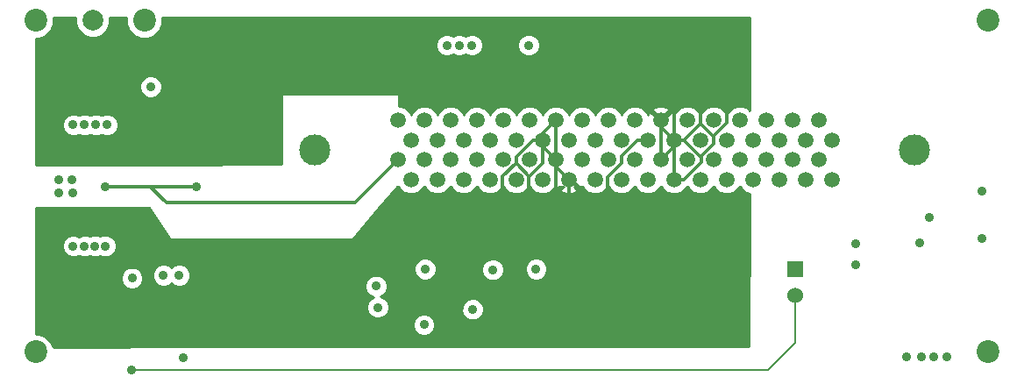
<source format=gbr>
G04 (created by PCBNEW (2013-jul-07)-stable) date Fri 08 Aug 2014 03:37:50 PM CDT*
%MOIN*%
G04 Gerber Fmt 3.4, Leading zero omitted, Abs format*
%FSLAX34Y34*%
G01*
G70*
G90*
G04 APERTURE LIST*
%ADD10C,0.00590551*%
%ADD11C,0.0590551*%
%ADD12C,0.11811*%
%ADD13R,0.06X0.06*%
%ADD14C,0.06*%
%ADD15C,0.0787402*%
%ADD16C,0.0866142*%
%ADD17C,0.035*%
%ADD18C,0.011811*%
%ADD19C,0.0082*%
%ADD20C,0.01*%
G04 APERTURE END LIST*
G54D10*
G54D11*
X51525Y-29750D03*
X51525Y-31250D03*
X51025Y-29000D03*
X51025Y-30500D03*
X50525Y-29750D03*
X50525Y-31250D03*
X50025Y-29000D03*
X50025Y-30500D03*
X49525Y-29750D03*
X49525Y-31250D03*
X49025Y-29000D03*
X49025Y-30500D03*
X48525Y-29750D03*
X48525Y-31250D03*
X48025Y-29000D03*
X48025Y-30500D03*
X47525Y-29750D03*
X47525Y-31250D03*
X47025Y-29000D03*
X47025Y-30500D03*
X46525Y-29750D03*
X46525Y-31250D03*
X46025Y-29000D03*
X46025Y-30500D03*
X45525Y-29750D03*
X45525Y-31250D03*
X45025Y-29000D03*
X45025Y-30500D03*
X44525Y-29750D03*
X44525Y-31250D03*
X44025Y-29000D03*
X44025Y-30500D03*
X43525Y-29750D03*
X43525Y-31250D03*
X43025Y-29000D03*
X43025Y-30500D03*
X42525Y-29750D03*
X42525Y-31250D03*
X42025Y-29000D03*
X42025Y-30500D03*
X41525Y-29750D03*
X41525Y-31250D03*
X41025Y-29000D03*
X41025Y-30500D03*
X40525Y-29750D03*
X40525Y-31250D03*
X40025Y-29000D03*
X40025Y-30500D03*
X39525Y-29750D03*
X39525Y-31250D03*
X39025Y-29000D03*
X39025Y-30500D03*
X38525Y-29750D03*
X38525Y-31250D03*
X38025Y-29000D03*
X38025Y-30500D03*
X37525Y-29750D03*
X37525Y-31250D03*
X37025Y-29000D03*
X37025Y-30500D03*
X36525Y-29750D03*
X36525Y-31250D03*
X36025Y-29000D03*
X36025Y-30500D03*
X35525Y-29750D03*
X35525Y-31250D03*
X35025Y-29000D03*
X35025Y-30500D03*
G54D12*
X31875Y-30125D03*
X54675Y-30125D03*
G54D13*
X50145Y-34660D03*
G54D14*
X50145Y-35660D03*
G54D15*
X23425Y-25196D03*
G54D16*
X25393Y-25196D03*
X57480Y-25196D03*
X57480Y-37795D03*
X21259Y-37795D03*
X21259Y-25196D03*
G54D17*
X37834Y-26141D03*
X40280Y-34650D03*
X55220Y-32690D03*
X26110Y-34890D03*
X37362Y-26141D03*
X36889Y-26141D03*
X36060Y-34650D03*
X38640Y-34680D03*
X34260Y-36110D03*
X34200Y-35300D03*
X25629Y-27716D03*
X22677Y-29173D03*
X23110Y-29173D03*
X23543Y-29173D03*
X23976Y-29173D03*
X22125Y-31259D03*
X22637Y-31259D03*
X22125Y-31771D03*
X22677Y-31771D03*
X22677Y-33779D03*
X23110Y-33779D03*
X23503Y-33779D03*
X23897Y-33779D03*
X24921Y-35000D03*
X26850Y-38031D03*
X54370Y-37992D03*
X54921Y-37992D03*
X55393Y-37992D03*
X55905Y-37992D03*
X52440Y-33700D03*
X52440Y-34488D03*
X54881Y-33661D03*
X37874Y-36181D03*
X27360Y-31510D03*
X23900Y-31510D03*
X57230Y-31680D03*
X57230Y-33500D03*
X24900Y-38500D03*
X40000Y-26141D03*
X26710Y-34890D03*
X36020Y-36770D03*
X22160Y-30160D03*
X22650Y-30150D03*
X25580Y-30220D03*
X25590Y-29720D03*
X23425Y-27795D03*
X22690Y-32970D03*
X22230Y-32980D03*
X25600Y-32770D03*
X25590Y-33310D03*
X23740Y-35590D03*
G54D18*
X27360Y-31510D02*
X27380Y-31490D01*
X25610Y-31510D02*
X27360Y-31510D01*
X23900Y-31510D02*
X25610Y-31510D01*
X35025Y-30505D02*
X33403Y-32126D01*
X33403Y-32126D02*
X26226Y-32126D01*
X26226Y-32126D02*
X25610Y-31510D01*
X35025Y-30500D02*
X35025Y-30505D01*
G54D19*
X42990Y-38500D02*
X24900Y-38500D01*
X43030Y-38500D02*
X42990Y-38500D01*
X49105Y-38500D02*
X50145Y-37460D01*
X50145Y-37460D02*
X50145Y-35660D01*
X42990Y-38500D02*
X49105Y-38500D01*
G54D18*
X45525Y-31000D02*
X45525Y-29750D01*
X45525Y-31250D02*
X45525Y-31000D01*
X45025Y-29250D02*
X45525Y-29750D01*
X45025Y-29000D02*
X45025Y-29250D01*
X45525Y-30000D02*
X45025Y-30500D01*
X45525Y-29750D02*
X45525Y-30000D01*
X45525Y-28495D02*
X45560Y-28460D01*
X45525Y-29750D02*
X45525Y-28495D01*
X45025Y-30500D02*
X45025Y-29000D01*
X47010Y-29600D02*
X46530Y-29120D01*
X47020Y-29880D02*
X47020Y-29610D01*
X46550Y-30350D02*
X47020Y-29880D01*
X47020Y-29610D02*
X47010Y-29600D01*
X46530Y-29120D02*
X46530Y-28660D01*
X46530Y-28660D02*
X46050Y-28180D01*
X46550Y-30600D02*
X46550Y-30350D01*
X45900Y-31250D02*
X46550Y-30600D01*
X45525Y-31250D02*
X45900Y-31250D01*
X47040Y-29600D02*
X47540Y-29100D01*
X47540Y-29100D02*
X47540Y-28630D01*
X47540Y-28630D02*
X46020Y-27110D01*
X47010Y-29600D02*
X47040Y-29600D01*
X45900Y-29750D02*
X46500Y-30350D01*
X46500Y-30350D02*
X46550Y-30350D01*
X45525Y-29750D02*
X45870Y-29750D01*
X45900Y-29750D02*
X46470Y-29180D01*
X45870Y-29750D02*
X45900Y-29750D01*
X41025Y-29250D02*
X41025Y-30500D01*
X41025Y-29000D02*
X41025Y-29250D01*
X41525Y-32865D02*
X41510Y-32880D01*
X41525Y-31250D02*
X41525Y-32865D01*
X42090Y-31730D02*
X42090Y-32700D01*
X41610Y-31250D02*
X42090Y-31730D01*
X41525Y-31250D02*
X41610Y-31250D01*
X41025Y-30750D02*
X41525Y-31250D01*
X41025Y-30500D02*
X41025Y-30750D01*
X41025Y-32475D02*
X40950Y-32550D01*
X41025Y-30500D02*
X41025Y-32475D01*
X40525Y-29500D02*
X41025Y-29000D01*
X40525Y-29750D02*
X40525Y-29500D01*
X40525Y-30000D02*
X41025Y-30500D01*
X40525Y-29750D02*
X40525Y-30000D01*
X40160Y-29750D02*
X39520Y-30390D01*
X39520Y-30390D02*
X39520Y-30620D01*
X39520Y-30620D02*
X39010Y-31130D01*
X39010Y-31130D02*
X39010Y-32420D01*
X40525Y-29750D02*
X40160Y-29750D01*
X40525Y-30625D02*
X40000Y-31150D01*
X40000Y-31110D02*
X40000Y-33030D01*
X40000Y-31150D02*
X40000Y-31110D01*
X40525Y-29750D02*
X40525Y-30625D01*
X40000Y-31110D02*
X39560Y-30670D01*
X44140Y-29750D02*
X43530Y-30360D01*
X43530Y-30360D02*
X43530Y-30610D01*
X43530Y-30610D02*
X43000Y-31140D01*
X43000Y-31140D02*
X43000Y-31740D01*
X43000Y-31740D02*
X41740Y-33000D01*
X44525Y-29750D02*
X44140Y-29750D01*
G54D10*
G36*
X48394Y-31786D02*
X48385Y-32364D01*
X48384Y-32364D01*
X48380Y-37590D01*
X42369Y-37590D01*
X40705Y-37591D01*
X40705Y-34565D01*
X40640Y-34409D01*
X40521Y-34289D01*
X40364Y-34225D01*
X40195Y-34224D01*
X40039Y-34289D01*
X39919Y-34408D01*
X39855Y-34565D01*
X39854Y-34734D01*
X39919Y-34890D01*
X40038Y-35010D01*
X40195Y-35074D01*
X40364Y-35075D01*
X40520Y-35010D01*
X40640Y-34891D01*
X40704Y-34734D01*
X40705Y-34565D01*
X40705Y-37591D01*
X39065Y-37593D01*
X39065Y-34595D01*
X39000Y-34439D01*
X38881Y-34319D01*
X38724Y-34255D01*
X38555Y-34254D01*
X38399Y-34319D01*
X38279Y-34438D01*
X38215Y-34595D01*
X38214Y-34764D01*
X38279Y-34920D01*
X38398Y-35040D01*
X38555Y-35104D01*
X38724Y-35105D01*
X38880Y-35040D01*
X39000Y-34921D01*
X39064Y-34764D01*
X39065Y-34595D01*
X39065Y-37593D01*
X38299Y-37593D01*
X38299Y-36096D01*
X38234Y-35940D01*
X38115Y-35821D01*
X37958Y-35756D01*
X37789Y-35756D01*
X37633Y-35820D01*
X37513Y-35940D01*
X37449Y-36096D01*
X37448Y-36265D01*
X37513Y-36421D01*
X37632Y-36541D01*
X37789Y-36606D01*
X37958Y-36606D01*
X38114Y-36541D01*
X38234Y-36422D01*
X38298Y-36266D01*
X38299Y-36096D01*
X38299Y-37593D01*
X36485Y-37595D01*
X36485Y-34565D01*
X36420Y-34409D01*
X36301Y-34289D01*
X36144Y-34225D01*
X35975Y-34224D01*
X35819Y-34289D01*
X35699Y-34408D01*
X35635Y-34565D01*
X35634Y-34734D01*
X35699Y-34890D01*
X35818Y-35010D01*
X35975Y-35074D01*
X36144Y-35075D01*
X36300Y-35010D01*
X36420Y-34891D01*
X36484Y-34734D01*
X36485Y-34565D01*
X36485Y-37595D01*
X36445Y-37595D01*
X36445Y-36685D01*
X36380Y-36529D01*
X36261Y-36409D01*
X36104Y-36345D01*
X35935Y-36344D01*
X35779Y-36409D01*
X35659Y-36528D01*
X35595Y-36685D01*
X35594Y-36854D01*
X35659Y-37010D01*
X35778Y-37130D01*
X35935Y-37194D01*
X36104Y-37195D01*
X36260Y-37130D01*
X36380Y-37011D01*
X36444Y-36854D01*
X36445Y-36685D01*
X36445Y-37595D01*
X34685Y-37597D01*
X34685Y-36025D01*
X34620Y-35869D01*
X34501Y-35749D01*
X34362Y-35692D01*
X34440Y-35660D01*
X34560Y-35541D01*
X34624Y-35384D01*
X34625Y-35215D01*
X34560Y-35059D01*
X34441Y-34939D01*
X34284Y-34875D01*
X34115Y-34874D01*
X33959Y-34939D01*
X33839Y-35058D01*
X33775Y-35215D01*
X33774Y-35384D01*
X33839Y-35540D01*
X33958Y-35660D01*
X34097Y-35717D01*
X34019Y-35749D01*
X33899Y-35868D01*
X33835Y-36025D01*
X33834Y-36194D01*
X33899Y-36350D01*
X34018Y-36470D01*
X34175Y-36534D01*
X34344Y-36535D01*
X34500Y-36470D01*
X34620Y-36351D01*
X34684Y-36194D01*
X34685Y-36025D01*
X34685Y-37597D01*
X27135Y-37604D01*
X27135Y-34805D01*
X27070Y-34649D01*
X26951Y-34529D01*
X26794Y-34465D01*
X26625Y-34464D01*
X26469Y-34529D01*
X26410Y-34588D01*
X26351Y-34529D01*
X26194Y-34465D01*
X26025Y-34464D01*
X25869Y-34529D01*
X25749Y-34648D01*
X25685Y-34805D01*
X25684Y-34974D01*
X25749Y-35130D01*
X25868Y-35250D01*
X26025Y-35314D01*
X26194Y-35315D01*
X26350Y-35250D01*
X26409Y-35191D01*
X26468Y-35250D01*
X26625Y-35314D01*
X26794Y-35315D01*
X26950Y-35250D01*
X27070Y-35131D01*
X27134Y-34974D01*
X27135Y-34805D01*
X27135Y-37604D01*
X25346Y-37606D01*
X25346Y-34915D01*
X25281Y-34759D01*
X25162Y-34639D01*
X25006Y-34575D01*
X24837Y-34574D01*
X24680Y-34639D01*
X24561Y-34758D01*
X24496Y-34915D01*
X24496Y-35084D01*
X24560Y-35240D01*
X24680Y-35360D01*
X24836Y-35424D01*
X25005Y-35425D01*
X25161Y-35360D01*
X25281Y-35241D01*
X25346Y-35084D01*
X25346Y-34915D01*
X25346Y-37606D01*
X24322Y-37607D01*
X24322Y-33695D01*
X24258Y-33539D01*
X24138Y-33419D01*
X23982Y-33354D01*
X23813Y-33354D01*
X23700Y-33401D01*
X23588Y-33354D01*
X23419Y-33354D01*
X23307Y-33401D01*
X23195Y-33354D01*
X23026Y-33354D01*
X22893Y-33409D01*
X22762Y-33354D01*
X22592Y-33354D01*
X22436Y-33419D01*
X22317Y-33538D01*
X22252Y-33694D01*
X22252Y-33863D01*
X22316Y-34019D01*
X22436Y-34139D01*
X22592Y-34204D01*
X22761Y-34204D01*
X22893Y-34149D01*
X23025Y-34204D01*
X23194Y-34204D01*
X23307Y-34158D01*
X23419Y-34204D01*
X23588Y-34204D01*
X23700Y-34158D01*
X23812Y-34204D01*
X23981Y-34204D01*
X24138Y-34140D01*
X24257Y-34020D01*
X24322Y-33864D01*
X24322Y-33695D01*
X24322Y-37607D01*
X21922Y-37609D01*
X21839Y-37408D01*
X21647Y-37216D01*
X21396Y-37112D01*
X21280Y-37112D01*
X21280Y-32320D01*
X25554Y-32320D01*
X26351Y-33514D01*
X33291Y-33514D01*
X34286Y-32320D01*
X34290Y-32320D01*
X34992Y-31529D01*
X35050Y-31529D01*
X35062Y-31558D01*
X35215Y-31711D01*
X35416Y-31795D01*
X35632Y-31795D01*
X35833Y-31712D01*
X35986Y-31559D01*
X35999Y-31529D01*
X36050Y-31529D01*
X36062Y-31558D01*
X36215Y-31711D01*
X36416Y-31795D01*
X36632Y-31795D01*
X36833Y-31712D01*
X36986Y-31559D01*
X36999Y-31528D01*
X37050Y-31528D01*
X37062Y-31558D01*
X37215Y-31711D01*
X37416Y-31795D01*
X37632Y-31795D01*
X37833Y-31712D01*
X37986Y-31559D01*
X38000Y-31527D01*
X38049Y-31527D01*
X38062Y-31558D01*
X38215Y-31711D01*
X38416Y-31795D01*
X38632Y-31795D01*
X38833Y-31712D01*
X38986Y-31559D01*
X39000Y-31527D01*
X39049Y-31526D01*
X39062Y-31558D01*
X39215Y-31711D01*
X39416Y-31795D01*
X39632Y-31795D01*
X39833Y-31712D01*
X39986Y-31559D01*
X40000Y-31526D01*
X40049Y-31526D01*
X40062Y-31558D01*
X40215Y-31711D01*
X40416Y-31795D01*
X40632Y-31795D01*
X40833Y-31712D01*
X40986Y-31559D01*
X41001Y-31525D01*
X41043Y-31525D01*
X41047Y-31535D01*
X41142Y-31561D01*
X41178Y-31525D01*
X41320Y-31525D01*
X41213Y-31632D01*
X41239Y-31727D01*
X41444Y-31800D01*
X41661Y-31789D01*
X41810Y-31727D01*
X41836Y-31632D01*
X41729Y-31524D01*
X41870Y-31524D01*
X41907Y-31561D01*
X42002Y-31535D01*
X42005Y-31524D01*
X42048Y-31524D01*
X42062Y-31558D01*
X42215Y-31711D01*
X42416Y-31795D01*
X42632Y-31795D01*
X42833Y-31712D01*
X42986Y-31559D01*
X43001Y-31524D01*
X43048Y-31524D01*
X43062Y-31558D01*
X43215Y-31711D01*
X43416Y-31795D01*
X43632Y-31795D01*
X43833Y-31712D01*
X43986Y-31559D01*
X44001Y-31523D01*
X44047Y-31523D01*
X44062Y-31558D01*
X44215Y-31711D01*
X44416Y-31795D01*
X44632Y-31795D01*
X44833Y-31712D01*
X44986Y-31559D01*
X45002Y-31522D01*
X45047Y-31522D01*
X45062Y-31558D01*
X45215Y-31711D01*
X45416Y-31795D01*
X45632Y-31795D01*
X45833Y-31712D01*
X45986Y-31559D01*
X45994Y-31540D01*
X45994Y-31540D01*
X46018Y-31535D01*
X46018Y-31535D01*
X46038Y-31521D01*
X46047Y-31521D01*
X46062Y-31558D01*
X46215Y-31711D01*
X46416Y-31795D01*
X46632Y-31795D01*
X46833Y-31712D01*
X46986Y-31559D01*
X47002Y-31521D01*
X47047Y-31521D01*
X47062Y-31558D01*
X47215Y-31711D01*
X47416Y-31795D01*
X47632Y-31795D01*
X47833Y-31712D01*
X47986Y-31559D01*
X48003Y-31520D01*
X48046Y-31520D01*
X48062Y-31558D01*
X48215Y-31711D01*
X48394Y-31786D01*
X48394Y-31786D01*
G37*
G54D20*
X48394Y-31786D02*
X48385Y-32364D01*
X48384Y-32364D01*
X48380Y-37590D01*
X42369Y-37590D01*
X40705Y-37591D01*
X40705Y-34565D01*
X40640Y-34409D01*
X40521Y-34289D01*
X40364Y-34225D01*
X40195Y-34224D01*
X40039Y-34289D01*
X39919Y-34408D01*
X39855Y-34565D01*
X39854Y-34734D01*
X39919Y-34890D01*
X40038Y-35010D01*
X40195Y-35074D01*
X40364Y-35075D01*
X40520Y-35010D01*
X40640Y-34891D01*
X40704Y-34734D01*
X40705Y-34565D01*
X40705Y-37591D01*
X39065Y-37593D01*
X39065Y-34595D01*
X39000Y-34439D01*
X38881Y-34319D01*
X38724Y-34255D01*
X38555Y-34254D01*
X38399Y-34319D01*
X38279Y-34438D01*
X38215Y-34595D01*
X38214Y-34764D01*
X38279Y-34920D01*
X38398Y-35040D01*
X38555Y-35104D01*
X38724Y-35105D01*
X38880Y-35040D01*
X39000Y-34921D01*
X39064Y-34764D01*
X39065Y-34595D01*
X39065Y-37593D01*
X38299Y-37593D01*
X38299Y-36096D01*
X38234Y-35940D01*
X38115Y-35821D01*
X37958Y-35756D01*
X37789Y-35756D01*
X37633Y-35820D01*
X37513Y-35940D01*
X37449Y-36096D01*
X37448Y-36265D01*
X37513Y-36421D01*
X37632Y-36541D01*
X37789Y-36606D01*
X37958Y-36606D01*
X38114Y-36541D01*
X38234Y-36422D01*
X38298Y-36266D01*
X38299Y-36096D01*
X38299Y-37593D01*
X36485Y-37595D01*
X36485Y-34565D01*
X36420Y-34409D01*
X36301Y-34289D01*
X36144Y-34225D01*
X35975Y-34224D01*
X35819Y-34289D01*
X35699Y-34408D01*
X35635Y-34565D01*
X35634Y-34734D01*
X35699Y-34890D01*
X35818Y-35010D01*
X35975Y-35074D01*
X36144Y-35075D01*
X36300Y-35010D01*
X36420Y-34891D01*
X36484Y-34734D01*
X36485Y-34565D01*
X36485Y-37595D01*
X36445Y-37595D01*
X36445Y-36685D01*
X36380Y-36529D01*
X36261Y-36409D01*
X36104Y-36345D01*
X35935Y-36344D01*
X35779Y-36409D01*
X35659Y-36528D01*
X35595Y-36685D01*
X35594Y-36854D01*
X35659Y-37010D01*
X35778Y-37130D01*
X35935Y-37194D01*
X36104Y-37195D01*
X36260Y-37130D01*
X36380Y-37011D01*
X36444Y-36854D01*
X36445Y-36685D01*
X36445Y-37595D01*
X34685Y-37597D01*
X34685Y-36025D01*
X34620Y-35869D01*
X34501Y-35749D01*
X34362Y-35692D01*
X34440Y-35660D01*
X34560Y-35541D01*
X34624Y-35384D01*
X34625Y-35215D01*
X34560Y-35059D01*
X34441Y-34939D01*
X34284Y-34875D01*
X34115Y-34874D01*
X33959Y-34939D01*
X33839Y-35058D01*
X33775Y-35215D01*
X33774Y-35384D01*
X33839Y-35540D01*
X33958Y-35660D01*
X34097Y-35717D01*
X34019Y-35749D01*
X33899Y-35868D01*
X33835Y-36025D01*
X33834Y-36194D01*
X33899Y-36350D01*
X34018Y-36470D01*
X34175Y-36534D01*
X34344Y-36535D01*
X34500Y-36470D01*
X34620Y-36351D01*
X34684Y-36194D01*
X34685Y-36025D01*
X34685Y-37597D01*
X27135Y-37604D01*
X27135Y-34805D01*
X27070Y-34649D01*
X26951Y-34529D01*
X26794Y-34465D01*
X26625Y-34464D01*
X26469Y-34529D01*
X26410Y-34588D01*
X26351Y-34529D01*
X26194Y-34465D01*
X26025Y-34464D01*
X25869Y-34529D01*
X25749Y-34648D01*
X25685Y-34805D01*
X25684Y-34974D01*
X25749Y-35130D01*
X25868Y-35250D01*
X26025Y-35314D01*
X26194Y-35315D01*
X26350Y-35250D01*
X26409Y-35191D01*
X26468Y-35250D01*
X26625Y-35314D01*
X26794Y-35315D01*
X26950Y-35250D01*
X27070Y-35131D01*
X27134Y-34974D01*
X27135Y-34805D01*
X27135Y-37604D01*
X25346Y-37606D01*
X25346Y-34915D01*
X25281Y-34759D01*
X25162Y-34639D01*
X25006Y-34575D01*
X24837Y-34574D01*
X24680Y-34639D01*
X24561Y-34758D01*
X24496Y-34915D01*
X24496Y-35084D01*
X24560Y-35240D01*
X24680Y-35360D01*
X24836Y-35424D01*
X25005Y-35425D01*
X25161Y-35360D01*
X25281Y-35241D01*
X25346Y-35084D01*
X25346Y-34915D01*
X25346Y-37606D01*
X24322Y-37607D01*
X24322Y-33695D01*
X24258Y-33539D01*
X24138Y-33419D01*
X23982Y-33354D01*
X23813Y-33354D01*
X23700Y-33401D01*
X23588Y-33354D01*
X23419Y-33354D01*
X23307Y-33401D01*
X23195Y-33354D01*
X23026Y-33354D01*
X22893Y-33409D01*
X22762Y-33354D01*
X22592Y-33354D01*
X22436Y-33419D01*
X22317Y-33538D01*
X22252Y-33694D01*
X22252Y-33863D01*
X22316Y-34019D01*
X22436Y-34139D01*
X22592Y-34204D01*
X22761Y-34204D01*
X22893Y-34149D01*
X23025Y-34204D01*
X23194Y-34204D01*
X23307Y-34158D01*
X23419Y-34204D01*
X23588Y-34204D01*
X23700Y-34158D01*
X23812Y-34204D01*
X23981Y-34204D01*
X24138Y-34140D01*
X24257Y-34020D01*
X24322Y-33864D01*
X24322Y-33695D01*
X24322Y-37607D01*
X21922Y-37609D01*
X21839Y-37408D01*
X21647Y-37216D01*
X21396Y-37112D01*
X21280Y-37112D01*
X21280Y-32320D01*
X25554Y-32320D01*
X26351Y-33514D01*
X33291Y-33514D01*
X34286Y-32320D01*
X34290Y-32320D01*
X34992Y-31529D01*
X35050Y-31529D01*
X35062Y-31558D01*
X35215Y-31711D01*
X35416Y-31795D01*
X35632Y-31795D01*
X35833Y-31712D01*
X35986Y-31559D01*
X35999Y-31529D01*
X36050Y-31529D01*
X36062Y-31558D01*
X36215Y-31711D01*
X36416Y-31795D01*
X36632Y-31795D01*
X36833Y-31712D01*
X36986Y-31559D01*
X36999Y-31528D01*
X37050Y-31528D01*
X37062Y-31558D01*
X37215Y-31711D01*
X37416Y-31795D01*
X37632Y-31795D01*
X37833Y-31712D01*
X37986Y-31559D01*
X38000Y-31527D01*
X38049Y-31527D01*
X38062Y-31558D01*
X38215Y-31711D01*
X38416Y-31795D01*
X38632Y-31795D01*
X38833Y-31712D01*
X38986Y-31559D01*
X39000Y-31527D01*
X39049Y-31526D01*
X39062Y-31558D01*
X39215Y-31711D01*
X39416Y-31795D01*
X39632Y-31795D01*
X39833Y-31712D01*
X39986Y-31559D01*
X40000Y-31526D01*
X40049Y-31526D01*
X40062Y-31558D01*
X40215Y-31711D01*
X40416Y-31795D01*
X40632Y-31795D01*
X40833Y-31712D01*
X40986Y-31559D01*
X41001Y-31525D01*
X41043Y-31525D01*
X41047Y-31535D01*
X41142Y-31561D01*
X41178Y-31525D01*
X41320Y-31525D01*
X41213Y-31632D01*
X41239Y-31727D01*
X41444Y-31800D01*
X41661Y-31789D01*
X41810Y-31727D01*
X41836Y-31632D01*
X41729Y-31524D01*
X41870Y-31524D01*
X41907Y-31561D01*
X42002Y-31535D01*
X42005Y-31524D01*
X42048Y-31524D01*
X42062Y-31558D01*
X42215Y-31711D01*
X42416Y-31795D01*
X42632Y-31795D01*
X42833Y-31712D01*
X42986Y-31559D01*
X43001Y-31524D01*
X43048Y-31524D01*
X43062Y-31558D01*
X43215Y-31711D01*
X43416Y-31795D01*
X43632Y-31795D01*
X43833Y-31712D01*
X43986Y-31559D01*
X44001Y-31523D01*
X44047Y-31523D01*
X44062Y-31558D01*
X44215Y-31711D01*
X44416Y-31795D01*
X44632Y-31795D01*
X44833Y-31712D01*
X44986Y-31559D01*
X45002Y-31522D01*
X45047Y-31522D01*
X45062Y-31558D01*
X45215Y-31711D01*
X45416Y-31795D01*
X45632Y-31795D01*
X45833Y-31712D01*
X45986Y-31559D01*
X45994Y-31540D01*
X45994Y-31540D01*
X46018Y-31535D01*
X46018Y-31535D01*
X46038Y-31521D01*
X46047Y-31521D01*
X46062Y-31558D01*
X46215Y-31711D01*
X46416Y-31795D01*
X46632Y-31795D01*
X46833Y-31712D01*
X46986Y-31559D01*
X47002Y-31521D01*
X47047Y-31521D01*
X47062Y-31558D01*
X47215Y-31711D01*
X47416Y-31795D01*
X47632Y-31795D01*
X47833Y-31712D01*
X47986Y-31559D01*
X48003Y-31520D01*
X48046Y-31520D01*
X48062Y-31558D01*
X48215Y-31711D01*
X48394Y-31786D01*
G54D10*
G36*
X45101Y-30505D02*
X45030Y-30576D01*
X45025Y-30570D01*
X45019Y-30576D01*
X44948Y-30505D01*
X44954Y-30500D01*
X44948Y-30494D01*
X45019Y-30423D01*
X45025Y-30429D01*
X45030Y-30423D01*
X45101Y-30494D01*
X45095Y-30500D01*
X45101Y-30505D01*
X45101Y-30505D01*
G37*
G54D20*
X45101Y-30505D02*
X45030Y-30576D01*
X45025Y-30570D01*
X45019Y-30576D01*
X44948Y-30505D01*
X44954Y-30500D01*
X44948Y-30494D01*
X45019Y-30423D01*
X45025Y-30429D01*
X45030Y-30423D01*
X45101Y-30494D01*
X45095Y-30500D01*
X45101Y-30505D01*
G54D10*
G36*
X45601Y-29755D02*
X45530Y-29826D01*
X45525Y-29820D01*
X45519Y-29826D01*
X45448Y-29755D01*
X45454Y-29750D01*
X45448Y-29744D01*
X45519Y-29673D01*
X45525Y-29679D01*
X45530Y-29673D01*
X45601Y-29744D01*
X45595Y-29750D01*
X45601Y-29755D01*
X45601Y-29755D01*
G37*
G54D20*
X45601Y-29755D02*
X45530Y-29826D01*
X45525Y-29820D01*
X45519Y-29826D01*
X45448Y-29755D01*
X45454Y-29750D01*
X45448Y-29744D01*
X45519Y-29673D01*
X45525Y-29679D01*
X45530Y-29673D01*
X45601Y-29744D01*
X45595Y-29750D01*
X45601Y-29755D01*
G54D10*
G36*
X48414Y-28618D02*
X48334Y-28538D01*
X48133Y-28454D01*
X47917Y-28454D01*
X47716Y-28537D01*
X47563Y-28690D01*
X47525Y-28782D01*
X47487Y-28691D01*
X47334Y-28538D01*
X47133Y-28454D01*
X46917Y-28454D01*
X46716Y-28537D01*
X46563Y-28690D01*
X46525Y-28782D01*
X46487Y-28691D01*
X46334Y-28538D01*
X46133Y-28454D01*
X45917Y-28454D01*
X45716Y-28537D01*
X45563Y-28690D01*
X45527Y-28775D01*
X45502Y-28714D01*
X45407Y-28688D01*
X45336Y-28758D01*
X45336Y-28617D01*
X45310Y-28522D01*
X45105Y-28449D01*
X44888Y-28460D01*
X44739Y-28522D01*
X44713Y-28617D01*
X45025Y-28929D01*
X45336Y-28617D01*
X45336Y-28758D01*
X45095Y-29000D01*
X45101Y-29005D01*
X45030Y-29076D01*
X45025Y-29070D01*
X45019Y-29076D01*
X44948Y-29005D01*
X44954Y-29000D01*
X44642Y-28688D01*
X44547Y-28714D01*
X44524Y-28780D01*
X44487Y-28691D01*
X44334Y-28538D01*
X44133Y-28454D01*
X43917Y-28454D01*
X43716Y-28537D01*
X43563Y-28690D01*
X43525Y-28782D01*
X43487Y-28691D01*
X43334Y-28538D01*
X43133Y-28454D01*
X42917Y-28454D01*
X42716Y-28537D01*
X42563Y-28690D01*
X42525Y-28782D01*
X42487Y-28691D01*
X42334Y-28538D01*
X42133Y-28454D01*
X41917Y-28454D01*
X41716Y-28537D01*
X41563Y-28690D01*
X41525Y-28782D01*
X41487Y-28691D01*
X41334Y-28538D01*
X41133Y-28454D01*
X40917Y-28454D01*
X40716Y-28537D01*
X40563Y-28690D01*
X40525Y-28782D01*
X40487Y-28691D01*
X40425Y-28628D01*
X40425Y-26057D01*
X40360Y-25901D01*
X40241Y-25781D01*
X40084Y-25716D01*
X39915Y-25716D01*
X39759Y-25781D01*
X39639Y-25900D01*
X39575Y-26056D01*
X39574Y-26225D01*
X39639Y-26382D01*
X39758Y-26501D01*
X39915Y-26566D01*
X40084Y-26566D01*
X40240Y-26502D01*
X40360Y-26382D01*
X40424Y-26226D01*
X40425Y-26057D01*
X40425Y-28628D01*
X40334Y-28538D01*
X40133Y-28454D01*
X39917Y-28454D01*
X39716Y-28537D01*
X39563Y-28690D01*
X39525Y-28782D01*
X39487Y-28691D01*
X39334Y-28538D01*
X39133Y-28454D01*
X38917Y-28454D01*
X38716Y-28537D01*
X38563Y-28690D01*
X38525Y-28782D01*
X38487Y-28691D01*
X38334Y-28538D01*
X38259Y-28507D01*
X38259Y-26057D01*
X38195Y-25901D01*
X38075Y-25781D01*
X37919Y-25716D01*
X37750Y-25716D01*
X37598Y-25779D01*
X37447Y-25716D01*
X37278Y-25716D01*
X37125Y-25779D01*
X36974Y-25716D01*
X36805Y-25716D01*
X36649Y-25781D01*
X36529Y-25900D01*
X36464Y-26056D01*
X36464Y-26225D01*
X36529Y-26382D01*
X36648Y-26501D01*
X36804Y-26566D01*
X36973Y-26566D01*
X37126Y-26503D01*
X37277Y-26566D01*
X37446Y-26566D01*
X37598Y-26503D01*
X37749Y-26566D01*
X37918Y-26566D01*
X38075Y-26502D01*
X38194Y-26382D01*
X38259Y-26226D01*
X38259Y-26057D01*
X38259Y-28507D01*
X38133Y-28454D01*
X37917Y-28454D01*
X37716Y-28537D01*
X37563Y-28690D01*
X37525Y-28782D01*
X37487Y-28691D01*
X37334Y-28538D01*
X37133Y-28454D01*
X36917Y-28454D01*
X36716Y-28537D01*
X36563Y-28690D01*
X36525Y-28782D01*
X36487Y-28691D01*
X36334Y-28538D01*
X36133Y-28454D01*
X35917Y-28454D01*
X35716Y-28537D01*
X35563Y-28690D01*
X35525Y-28782D01*
X35487Y-28691D01*
X35334Y-28538D01*
X35133Y-28454D01*
X35052Y-28454D01*
X35060Y-28000D01*
X30590Y-28000D01*
X30590Y-30668D01*
X26054Y-30674D01*
X26054Y-27632D01*
X25990Y-27476D01*
X25870Y-27356D01*
X25714Y-27291D01*
X25545Y-27291D01*
X25389Y-27356D01*
X25269Y-27475D01*
X25204Y-27631D01*
X25204Y-27800D01*
X25269Y-27956D01*
X25388Y-28076D01*
X25545Y-28141D01*
X25714Y-28141D01*
X25870Y-28077D01*
X25990Y-27957D01*
X26054Y-27801D01*
X26054Y-27632D01*
X26054Y-30674D01*
X24401Y-30676D01*
X24401Y-29089D01*
X24336Y-28932D01*
X24217Y-28813D01*
X24061Y-28748D01*
X23892Y-28748D01*
X23759Y-28802D01*
X23628Y-28748D01*
X23459Y-28748D01*
X23326Y-28802D01*
X23195Y-28748D01*
X23026Y-28748D01*
X22893Y-28802D01*
X22762Y-28748D01*
X22592Y-28748D01*
X22436Y-28812D01*
X22317Y-28932D01*
X22252Y-29088D01*
X22252Y-29257D01*
X22316Y-29413D01*
X22436Y-29533D01*
X22592Y-29598D01*
X22761Y-29598D01*
X22893Y-29543D01*
X23025Y-29598D01*
X23194Y-29598D01*
X23326Y-29543D01*
X23458Y-29598D01*
X23627Y-29598D01*
X23759Y-29543D01*
X23891Y-29598D01*
X24060Y-29598D01*
X24216Y-29533D01*
X24336Y-29414D01*
X24401Y-29258D01*
X24401Y-29089D01*
X24401Y-30676D01*
X21250Y-30679D01*
X21258Y-25879D01*
X21395Y-25880D01*
X21646Y-25776D01*
X21838Y-25584D01*
X21942Y-25333D01*
X21943Y-25080D01*
X22781Y-25080D01*
X22781Y-25324D01*
X22879Y-25561D01*
X23060Y-25742D01*
X23296Y-25840D01*
X23552Y-25840D01*
X23789Y-25742D01*
X23970Y-25561D01*
X24068Y-25325D01*
X24068Y-25081D01*
X24710Y-25081D01*
X24710Y-25332D01*
X24814Y-25583D01*
X25006Y-25775D01*
X25257Y-25879D01*
X25528Y-25880D01*
X25780Y-25776D01*
X25972Y-25584D01*
X26076Y-25333D01*
X26076Y-25081D01*
X45994Y-25089D01*
X45994Y-25089D01*
X48414Y-25089D01*
X48414Y-28618D01*
X48414Y-28618D01*
G37*
G54D20*
X48414Y-28618D02*
X48334Y-28538D01*
X48133Y-28454D01*
X47917Y-28454D01*
X47716Y-28537D01*
X47563Y-28690D01*
X47525Y-28782D01*
X47487Y-28691D01*
X47334Y-28538D01*
X47133Y-28454D01*
X46917Y-28454D01*
X46716Y-28537D01*
X46563Y-28690D01*
X46525Y-28782D01*
X46487Y-28691D01*
X46334Y-28538D01*
X46133Y-28454D01*
X45917Y-28454D01*
X45716Y-28537D01*
X45563Y-28690D01*
X45527Y-28775D01*
X45502Y-28714D01*
X45407Y-28688D01*
X45336Y-28758D01*
X45336Y-28617D01*
X45310Y-28522D01*
X45105Y-28449D01*
X44888Y-28460D01*
X44739Y-28522D01*
X44713Y-28617D01*
X45025Y-28929D01*
X45336Y-28617D01*
X45336Y-28758D01*
X45095Y-29000D01*
X45101Y-29005D01*
X45030Y-29076D01*
X45025Y-29070D01*
X45019Y-29076D01*
X44948Y-29005D01*
X44954Y-29000D01*
X44642Y-28688D01*
X44547Y-28714D01*
X44524Y-28780D01*
X44487Y-28691D01*
X44334Y-28538D01*
X44133Y-28454D01*
X43917Y-28454D01*
X43716Y-28537D01*
X43563Y-28690D01*
X43525Y-28782D01*
X43487Y-28691D01*
X43334Y-28538D01*
X43133Y-28454D01*
X42917Y-28454D01*
X42716Y-28537D01*
X42563Y-28690D01*
X42525Y-28782D01*
X42487Y-28691D01*
X42334Y-28538D01*
X42133Y-28454D01*
X41917Y-28454D01*
X41716Y-28537D01*
X41563Y-28690D01*
X41525Y-28782D01*
X41487Y-28691D01*
X41334Y-28538D01*
X41133Y-28454D01*
X40917Y-28454D01*
X40716Y-28537D01*
X40563Y-28690D01*
X40525Y-28782D01*
X40487Y-28691D01*
X40425Y-28628D01*
X40425Y-26057D01*
X40360Y-25901D01*
X40241Y-25781D01*
X40084Y-25716D01*
X39915Y-25716D01*
X39759Y-25781D01*
X39639Y-25900D01*
X39575Y-26056D01*
X39574Y-26225D01*
X39639Y-26382D01*
X39758Y-26501D01*
X39915Y-26566D01*
X40084Y-26566D01*
X40240Y-26502D01*
X40360Y-26382D01*
X40424Y-26226D01*
X40425Y-26057D01*
X40425Y-28628D01*
X40334Y-28538D01*
X40133Y-28454D01*
X39917Y-28454D01*
X39716Y-28537D01*
X39563Y-28690D01*
X39525Y-28782D01*
X39487Y-28691D01*
X39334Y-28538D01*
X39133Y-28454D01*
X38917Y-28454D01*
X38716Y-28537D01*
X38563Y-28690D01*
X38525Y-28782D01*
X38487Y-28691D01*
X38334Y-28538D01*
X38259Y-28507D01*
X38259Y-26057D01*
X38195Y-25901D01*
X38075Y-25781D01*
X37919Y-25716D01*
X37750Y-25716D01*
X37598Y-25779D01*
X37447Y-25716D01*
X37278Y-25716D01*
X37125Y-25779D01*
X36974Y-25716D01*
X36805Y-25716D01*
X36649Y-25781D01*
X36529Y-25900D01*
X36464Y-26056D01*
X36464Y-26225D01*
X36529Y-26382D01*
X36648Y-26501D01*
X36804Y-26566D01*
X36973Y-26566D01*
X37126Y-26503D01*
X37277Y-26566D01*
X37446Y-26566D01*
X37598Y-26503D01*
X37749Y-26566D01*
X37918Y-26566D01*
X38075Y-26502D01*
X38194Y-26382D01*
X38259Y-26226D01*
X38259Y-26057D01*
X38259Y-28507D01*
X38133Y-28454D01*
X37917Y-28454D01*
X37716Y-28537D01*
X37563Y-28690D01*
X37525Y-28782D01*
X37487Y-28691D01*
X37334Y-28538D01*
X37133Y-28454D01*
X36917Y-28454D01*
X36716Y-28537D01*
X36563Y-28690D01*
X36525Y-28782D01*
X36487Y-28691D01*
X36334Y-28538D01*
X36133Y-28454D01*
X35917Y-28454D01*
X35716Y-28537D01*
X35563Y-28690D01*
X35525Y-28782D01*
X35487Y-28691D01*
X35334Y-28538D01*
X35133Y-28454D01*
X35052Y-28454D01*
X35060Y-28000D01*
X30590Y-28000D01*
X30590Y-30668D01*
X26054Y-30674D01*
X26054Y-27632D01*
X25990Y-27476D01*
X25870Y-27356D01*
X25714Y-27291D01*
X25545Y-27291D01*
X25389Y-27356D01*
X25269Y-27475D01*
X25204Y-27631D01*
X25204Y-27800D01*
X25269Y-27956D01*
X25388Y-28076D01*
X25545Y-28141D01*
X25714Y-28141D01*
X25870Y-28077D01*
X25990Y-27957D01*
X26054Y-27801D01*
X26054Y-27632D01*
X26054Y-30674D01*
X24401Y-30676D01*
X24401Y-29089D01*
X24336Y-28932D01*
X24217Y-28813D01*
X24061Y-28748D01*
X23892Y-28748D01*
X23759Y-28802D01*
X23628Y-28748D01*
X23459Y-28748D01*
X23326Y-28802D01*
X23195Y-28748D01*
X23026Y-28748D01*
X22893Y-28802D01*
X22762Y-28748D01*
X22592Y-28748D01*
X22436Y-28812D01*
X22317Y-28932D01*
X22252Y-29088D01*
X22252Y-29257D01*
X22316Y-29413D01*
X22436Y-29533D01*
X22592Y-29598D01*
X22761Y-29598D01*
X22893Y-29543D01*
X23025Y-29598D01*
X23194Y-29598D01*
X23326Y-29543D01*
X23458Y-29598D01*
X23627Y-29598D01*
X23759Y-29543D01*
X23891Y-29598D01*
X24060Y-29598D01*
X24216Y-29533D01*
X24336Y-29414D01*
X24401Y-29258D01*
X24401Y-29089D01*
X24401Y-30676D01*
X21250Y-30679D01*
X21258Y-25879D01*
X21395Y-25880D01*
X21646Y-25776D01*
X21838Y-25584D01*
X21942Y-25333D01*
X21943Y-25080D01*
X22781Y-25080D01*
X22781Y-25324D01*
X22879Y-25561D01*
X23060Y-25742D01*
X23296Y-25840D01*
X23552Y-25840D01*
X23789Y-25742D01*
X23970Y-25561D01*
X24068Y-25325D01*
X24068Y-25081D01*
X24710Y-25081D01*
X24710Y-25332D01*
X24814Y-25583D01*
X25006Y-25775D01*
X25257Y-25879D01*
X25528Y-25880D01*
X25780Y-25776D01*
X25972Y-25584D01*
X26076Y-25333D01*
X26076Y-25081D01*
X45994Y-25089D01*
X45994Y-25089D01*
X48414Y-25089D01*
X48414Y-28618D01*
M02*

</source>
